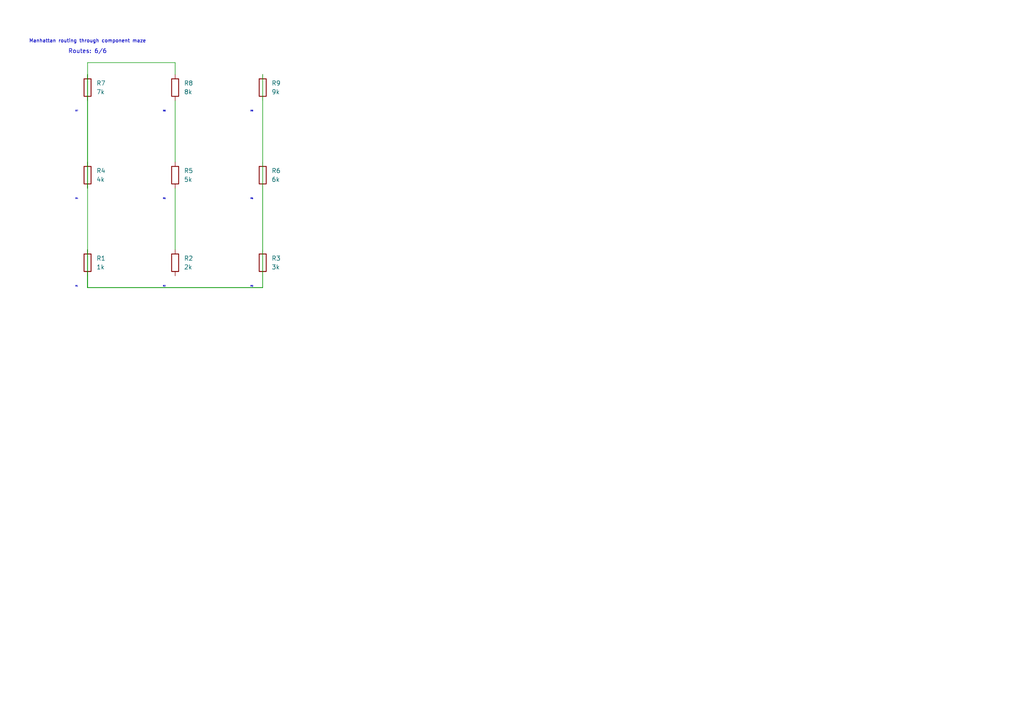
<source format=kicad_sch>
(kicad_sch (version 20250114) (generator "eeschema") (generator_version "9.0")
  (paper "A4")
  (title_block (title "Complex Manhattan Routing"))
  (lib_symbols
    (symbol "Device:R" (pin_numbers (hide yes)) (pin_names (offset 0))
      (property "Reference" "R" (at 2.032 0 90))
      (property "Value" "R" (at 0 0 90))
      (symbol "R_0_1"
        (rectangle (start -1.016 -2.54) (end 1.016 2.54) (stroke (width 0.254)))
      )
      (symbol "R_1_1"
        (pin passive line (at 0 3.81 270) (length 1.27) (name "~") (number "1"))
        (pin passive line (at 0 -3.81 90) (length 1.27) (name "~") (number "2"))
      )
    )
  )
  (symbol (lib_id "Device:R") (at 25.4 76.2 0) (unit 1)
    (property "Reference" "R1" (at 27.94 74.9299 0) (effects (justify left)))
    (property "Value" "1k" (at 27.94 77.4699 0) (effects (justify left)))
  )
  (symbol (lib_id "Device:R") (at 50.8 76.2 0) (unit 1)
    (property "Reference" "R2" (at 53.34 74.9299 0) (effects (justify left)))
    (property "Value" "2k" (at 53.34 77.4699 0) (effects (justify left)))
  )
  (symbol (lib_id "Device:R") (at 76.2 76.2 0) (unit 1)
    (property "Reference" "R3" (at 78.74 74.9299 0) (effects (justify left)))
    (property "Value" "3k" (at 78.74 77.4699 0) (effects (justify left)))
  )
  (symbol (lib_id "Device:R") (at 25.4 50.8 0) (unit 1)
    (property "Reference" "R4" (at 27.94 49.5299 0) (effects (justify left)))
    (property "Value" "4k" (at 27.94 52.0699 0) (effects (justify left)))
  )
  (symbol (lib_id "Device:R") (at 50.8 50.8 0) (unit 1)
    (property "Reference" "R5" (at 53.34 49.5299 0) (effects (justify left)))
    (property "Value" "5k" (at 53.34 52.0699 0) (effects (justify left)))
  )
  (symbol (lib_id "Device:R") (at 76.2 50.8 0) (unit 1)
    (property "Reference" "R6" (at 78.74 49.5299 0) (effects (justify left)))
    (property "Value" "6k" (at 78.74 52.0699 0) (effects (justify left)))
  )
  (symbol (lib_id "Device:R") (at 25.4 25.4 0) (unit 1)
    (property "Reference" "R7" (at 27.94 24.1299 0) (effects (justify left)))
    (property "Value" "7k" (at 27.94 26.6699 0) (effects (justify left)))
  )
  (symbol (lib_id "Device:R") (at 50.8 25.4 0) (unit 1)
    (property "Reference" "R8" (at 53.34 24.1299 0) (effects (justify left)))
    (property "Value" "8k" (at 53.34 26.6699 0) (effects (justify left)))
  )
  (symbol (lib_id "Device:R") (at 76.2 25.4 0) (unit 1)
    (property "Reference" "R9" (at 78.74 24.1299 0) (effects (justify left)))
    (property "Value" "9k" (at 78.74 26.6699 0) (effects (justify left)))
  )
  (wire (pts (xy 25.4 80.01) (xy 25.4 83.439)))
  (wire (pts (xy 25.4 83.439) (xy 76.2 83.439)))
  (wire (pts (xy 76.2 83.439) (xy 76.2 21.59)))
  (wire (pts (xy 76.2 80.01) (xy 76.2 83.439)))
  (wire (pts (xy 76.2 83.439) (xy 25.4 83.439)))
  (wire (pts (xy 25.4 83.439) (xy 25.4 21.59)))
  (wire (pts (xy 25.4 72.39) (xy 25.4 83.439)))
  (wire (pts (xy 25.4 83.439) (xy 76.2 83.439)))
  (wire (pts (xy 76.2 83.439) (xy 76.2 54.61)))
  (wire (pts (xy 25.4 54.61) (xy 25.4 18.161)))
  (wire (pts (xy 25.4 18.161) (xy 50.8 18.161)))
  (wire (pts (xy 50.8 18.161) (xy 50.8 21.59)))
  (wire (pts (xy 50.8 72.39) (xy 50.8 54.61)))
  (wire (pts (xy 50.8 46.99) (xy 50.8 29.21)))
  (text R1 (at 22.241 83.169 0.0000) (effects (font (size 0.4 0.4))))
  (text R2 (at 47.641 83.169 0.0000) (effects (font (size 0.4 0.4))))
  (text R3 (at 73.041 83.169 0.0000) (effects (font (size 0.4 0.4))))
  (text R4 (at 22.241 57.769 0.0000) (effects (font (size 0.4 0.4))))
  (text R5 (at 47.641 57.769 0.0000) (effects (font (size 0.4 0.4))))
  (text R6 (at 73.041 57.769 0.0000) (effects (font (size 0.4 0.4))))
  (text R7 (at 22.241 32.369 0.0000) (effects (font (size 0.4 0.4))))
  (text R8 (at 47.641 32.369 0.0000) (effects (font (size 0.4 0.4))))
  (text R9 (at 73.041 32.369 0.0000) (effects (font (size 0.4 0.4))))
  (text "Routes: 6/6" (at 25.4 15 0.0000) (effects (font (size 1.2 1.2))))
  (text "Manhattan routing through component maze" (at 25.4 12 0.0000) (effects (font (size 1 1))))
)
</source>
